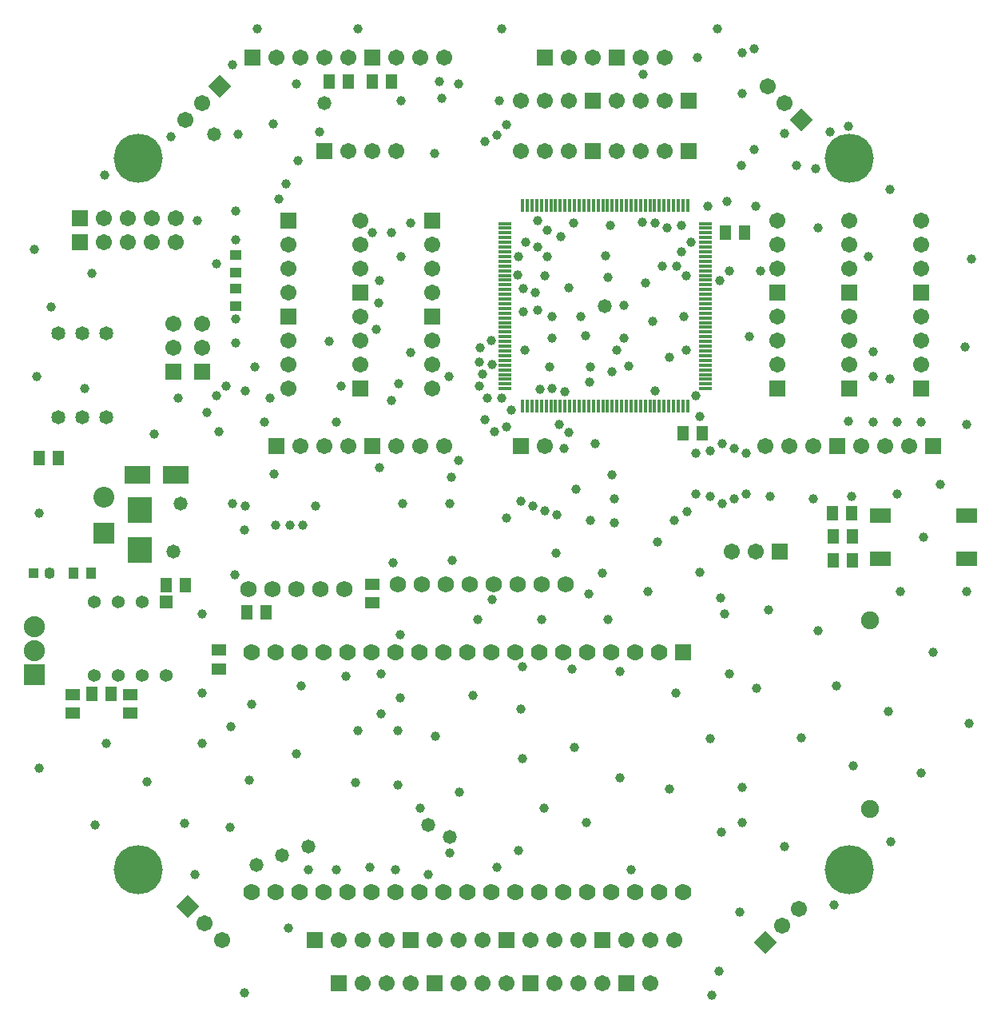
<source format=gts>
G04*
G04 #@! TF.GenerationSoftware,Altium Limited,Altium Designer,22.10.1 (41)*
G04*
G04 Layer_Color=8388736*
%FSLAX44Y44*%
%MOMM*%
G71*
G04*
G04 #@! TF.SameCoordinates,86A63571-8FB3-4636-807C-F47AD7162A4A*
G04*
G04*
G04 #@! TF.FilePolarity,Negative*
G04*
G01*
G75*
%ADD18R,0.3556X1.3462*%
%ADD19R,1.3462X0.3556*%
%ADD26R,1.2032X1.5032*%
%ADD27R,2.7032X1.9032*%
%ADD28R,2.5032X2.7032*%
%ADD29R,1.1532X1.0032*%
%ADD30R,1.5032X1.2032*%
%ADD31R,1.0032X1.1532*%
%ADD32R,1.0032X1.1032*%
G04:AMPARAMS|DCode=33|XSize=1.0032mm|YSize=1.1032mm|CornerRadius=0.3016mm|HoleSize=0mm|Usage=FLASHONLY|Rotation=180.000|XOffset=0mm|YOffset=0mm|HoleType=Round|Shape=RoundedRectangle|*
%AMROUNDEDRECTD33*
21,1,1.0032,0.5000,0,0,180.0*
21,1,0.4000,1.1032,0,0,180.0*
1,1,0.6032,-0.2000,0.2500*
1,1,0.6032,0.2000,0.2500*
1,1,0.6032,0.2000,-0.2500*
1,1,0.6032,-0.2000,-0.2500*
%
%ADD33ROUNDEDRECTD33*%
%ADD34R,2.3032X1.6032*%
%ADD35C,1.3622*%
%ADD36R,1.3622X1.3622*%
%ADD37C,1.4732*%
%ADD38C,1.7032*%
%ADD39R,1.7032X1.7032*%
%ADD40R,1.7032X1.7032*%
%ADD41C,1.4832*%
%ADD42C,2.2432*%
%ADD43R,2.2432X2.2432*%
%ADD44C,2.2032*%
%ADD45R,2.2032X2.2032*%
%ADD46C,1.9032*%
%ADD47C,1.7272*%
%ADD48R,1.7632X1.7632*%
%ADD49C,1.7632*%
%ADD50P,2.4087X4X270.0*%
%ADD51P,2.4087X4X180.0*%
%ADD52C,1.0032*%
%ADD53C,5.2032*%
D18*
X1302200Y1763270D02*
D03*
X1307200D02*
D03*
X1312200D02*
D03*
X1317200D02*
D03*
X1322200D02*
D03*
X1327200D02*
D03*
X1332200D02*
D03*
X1337200D02*
D03*
X1342200D02*
D03*
X1347200D02*
D03*
X1352200D02*
D03*
X1357200D02*
D03*
X1362200D02*
D03*
X1367200D02*
D03*
X1372200D02*
D03*
X1377200D02*
D03*
X1382200D02*
D03*
X1387200D02*
D03*
X1392200D02*
D03*
X1397200D02*
D03*
X1402200D02*
D03*
X1407200D02*
D03*
X1412200D02*
D03*
X1417200D02*
D03*
X1422200D02*
D03*
X1427200D02*
D03*
X1432200D02*
D03*
X1437200D02*
D03*
X1442200D02*
D03*
X1447200D02*
D03*
X1452200D02*
D03*
X1457200D02*
D03*
X1462200D02*
D03*
X1467200D02*
D03*
X1472200D02*
D03*
X1477200D02*
D03*
Y1550770D02*
D03*
X1472200D02*
D03*
X1467200D02*
D03*
X1462200D02*
D03*
X1457200D02*
D03*
X1452200D02*
D03*
X1447200D02*
D03*
X1442200D02*
D03*
X1437200D02*
D03*
X1432200D02*
D03*
X1427200D02*
D03*
X1422200D02*
D03*
X1417200D02*
D03*
X1412200D02*
D03*
X1407200D02*
D03*
X1402200D02*
D03*
X1397200D02*
D03*
X1392200D02*
D03*
X1387200D02*
D03*
X1382200D02*
D03*
X1377200D02*
D03*
X1372200D02*
D03*
X1367200D02*
D03*
X1362200D02*
D03*
X1357200D02*
D03*
X1352200D02*
D03*
X1347200D02*
D03*
X1342200D02*
D03*
X1337200D02*
D03*
X1332200D02*
D03*
X1327200D02*
D03*
X1322200D02*
D03*
X1317200D02*
D03*
X1312200D02*
D03*
X1307200D02*
D03*
X1302200D02*
D03*
D19*
X1495950Y1744520D02*
D03*
Y1739520D02*
D03*
Y1734520D02*
D03*
Y1729520D02*
D03*
Y1724520D02*
D03*
Y1719520D02*
D03*
Y1714520D02*
D03*
Y1709520D02*
D03*
Y1704520D02*
D03*
Y1699520D02*
D03*
Y1694520D02*
D03*
Y1689520D02*
D03*
Y1684520D02*
D03*
Y1679520D02*
D03*
Y1674520D02*
D03*
Y1669520D02*
D03*
Y1664520D02*
D03*
Y1659520D02*
D03*
Y1654520D02*
D03*
Y1649520D02*
D03*
Y1644520D02*
D03*
Y1639520D02*
D03*
Y1634520D02*
D03*
Y1629520D02*
D03*
Y1624520D02*
D03*
Y1619520D02*
D03*
Y1614520D02*
D03*
Y1609520D02*
D03*
Y1604520D02*
D03*
Y1599520D02*
D03*
Y1594520D02*
D03*
Y1589520D02*
D03*
Y1584520D02*
D03*
Y1579520D02*
D03*
Y1574520D02*
D03*
Y1569520D02*
D03*
X1283450D02*
D03*
Y1574520D02*
D03*
Y1579520D02*
D03*
Y1584520D02*
D03*
Y1589520D02*
D03*
Y1594520D02*
D03*
Y1599520D02*
D03*
Y1604520D02*
D03*
Y1609520D02*
D03*
Y1614520D02*
D03*
Y1619520D02*
D03*
Y1624520D02*
D03*
Y1629520D02*
D03*
Y1634520D02*
D03*
Y1639520D02*
D03*
Y1644520D02*
D03*
Y1649520D02*
D03*
Y1654520D02*
D03*
Y1659520D02*
D03*
Y1664520D02*
D03*
Y1669520D02*
D03*
Y1674520D02*
D03*
Y1679520D02*
D03*
Y1684520D02*
D03*
Y1689520D02*
D03*
Y1694520D02*
D03*
Y1699520D02*
D03*
Y1704520D02*
D03*
Y1709520D02*
D03*
Y1714520D02*
D03*
Y1719520D02*
D03*
Y1724520D02*
D03*
Y1729520D02*
D03*
Y1734520D02*
D03*
Y1739520D02*
D03*
Y1744520D02*
D03*
D26*
X790100Y1496060D02*
D03*
X810100D02*
D03*
X1650840Y1437640D02*
D03*
X1630840D02*
D03*
X845980Y1246020D02*
D03*
X865980D02*
D03*
X924720Y1361440D02*
D03*
X944720D02*
D03*
X1537500Y1735000D02*
D03*
X1517500D02*
D03*
X1492500Y1522500D02*
D03*
X1472500D02*
D03*
X1143160Y1894840D02*
D03*
X1163160D02*
D03*
X1097440D02*
D03*
X1117440D02*
D03*
X1651540Y1387740D02*
D03*
X1631540D02*
D03*
X1631380Y1413140D02*
D03*
X1651380D02*
D03*
X1010000Y1332500D02*
D03*
X1030000D02*
D03*
D27*
X934400Y1478279D02*
D03*
X894400D02*
D03*
D28*
X896620Y1441360D02*
D03*
Y1398360D02*
D03*
D29*
X998218Y1710800D02*
D03*
X998220Y1692800D02*
D03*
X998222Y1657240D02*
D03*
X998220Y1675240D02*
D03*
D30*
X886460Y1245860D02*
D03*
Y1225860D02*
D03*
X825500Y1245860D02*
D03*
Y1225860D02*
D03*
X980000Y1272500D02*
D03*
Y1292500D02*
D03*
X1142500Y1342500D02*
D03*
Y1362500D02*
D03*
D31*
X844660Y1374142D02*
D03*
X826660Y1374140D02*
D03*
D32*
X784230D02*
D03*
D33*
X800730D02*
D03*
D34*
X1772700Y1389740D02*
D03*
X1681700D02*
D03*
Y1434740D02*
D03*
X1772700D02*
D03*
D35*
X924560Y1265390D02*
D03*
X899160D02*
D03*
X873760D02*
D03*
X848360D02*
D03*
Y1343490D02*
D03*
X873760D02*
D03*
X899160D02*
D03*
D36*
X924560D02*
D03*
D37*
X931800Y1396800D02*
D03*
X939800Y1447800D02*
D03*
X975360Y1838960D02*
D03*
X1092200Y1871980D02*
D03*
X1388958Y1657020D02*
D03*
X1202500Y1107500D02*
D03*
X1225000Y1095000D02*
D03*
X1047500Y1075000D02*
D03*
X1020000Y1065000D02*
D03*
X1075000Y1085000D02*
D03*
D38*
X962660Y1638300D02*
D03*
Y1612900D02*
D03*
X932180Y1638300D02*
D03*
Y1612900D02*
D03*
X1524000Y1397000D02*
D03*
X1549400D02*
D03*
X934720Y1750060D02*
D03*
X909320D02*
D03*
X883920D02*
D03*
X858520D02*
D03*
X934720Y1724660D02*
D03*
X909320D02*
D03*
X883920D02*
D03*
X858520D02*
D03*
X1325880Y1508760D02*
D03*
X1559560D02*
D03*
X1584960D02*
D03*
X1610360D02*
D03*
X1711960D02*
D03*
X1686560D02*
D03*
X1661160D02*
D03*
X1054100Y1722120D02*
D03*
Y1696720D02*
D03*
Y1671320D02*
D03*
Y1620520D02*
D03*
Y1595120D02*
D03*
Y1569720D02*
D03*
X1648460Y1595120D02*
D03*
Y1620520D02*
D03*
Y1645920D02*
D03*
Y1696720D02*
D03*
Y1722120D02*
D03*
Y1747520D02*
D03*
X1572260Y1696720D02*
D03*
Y1722120D02*
D03*
Y1747520D02*
D03*
X1351280Y1821180D02*
D03*
X1325880D02*
D03*
X1300480D02*
D03*
X1452880D02*
D03*
X1427480D02*
D03*
X1402080D02*
D03*
X1130300Y1696720D02*
D03*
Y1722120D02*
D03*
Y1747520D02*
D03*
X1206500Y1722120D02*
D03*
Y1696720D02*
D03*
Y1671320D02*
D03*
X1351280Y1874520D02*
D03*
X1325880D02*
D03*
X1300480D02*
D03*
X1130300Y1595120D02*
D03*
Y1620520D02*
D03*
Y1645920D02*
D03*
X1168400Y1508760D02*
D03*
X1193800D02*
D03*
X1219200D02*
D03*
X1206500Y1620520D02*
D03*
Y1595120D02*
D03*
Y1569720D02*
D03*
X1066800Y1508760D02*
D03*
X1092200D02*
D03*
X1117600D02*
D03*
X1452880Y1874520D02*
D03*
X1427480D02*
D03*
X1402080D02*
D03*
X1572260Y1595120D02*
D03*
Y1620520D02*
D03*
Y1645920D02*
D03*
X1310640Y985520D02*
D03*
X1336040D02*
D03*
X1361440D02*
D03*
X1351280Y1920240D02*
D03*
X1376680D02*
D03*
X1427480D02*
D03*
X1452880D02*
D03*
X983341Y985159D02*
D03*
X965380Y1003120D02*
D03*
X944880Y1854200D02*
D03*
X962840Y1872160D02*
D03*
X1041400Y1920240D02*
D03*
X1066800D02*
D03*
X1092200D02*
D03*
X1117600D02*
D03*
X1219200D02*
D03*
X1193800D02*
D03*
X1168400D02*
D03*
Y1821180D02*
D03*
X1143000D02*
D03*
X1117600D02*
D03*
X1724660Y1645920D02*
D03*
Y1620520D02*
D03*
Y1595120D02*
D03*
Y1747520D02*
D03*
Y1722120D02*
D03*
Y1696720D02*
D03*
X1259840Y985520D02*
D03*
X1234440D02*
D03*
X1209040D02*
D03*
X1437640Y939800D02*
D03*
X1463040Y985520D02*
D03*
X1437640D02*
D03*
X1412240D02*
D03*
X1386840Y939800D02*
D03*
X1361440D02*
D03*
X1336040D02*
D03*
X1183640D02*
D03*
X1158240D02*
D03*
X1132840D02*
D03*
X1285240D02*
D03*
X1259840D02*
D03*
X1234440D02*
D03*
X1158240Y985520D02*
D03*
X1132840D02*
D03*
X1107440D02*
D03*
X1579700Y1872160D02*
D03*
X1561739Y1890121D02*
D03*
X1577160Y1000580D02*
D03*
X1595120Y1018540D02*
D03*
D39*
X962660Y1587500D02*
D03*
X932180D02*
D03*
X1054100Y1747520D02*
D03*
Y1645920D02*
D03*
X1648460Y1569720D02*
D03*
Y1671320D02*
D03*
X1572260D02*
D03*
X1130300D02*
D03*
X1206500Y1747520D02*
D03*
X1130300Y1569720D02*
D03*
X1206500Y1645920D02*
D03*
X1572260Y1569720D02*
D03*
X1724660D02*
D03*
Y1671320D02*
D03*
D40*
X1574800Y1397000D02*
D03*
X833120Y1750060D02*
D03*
Y1724660D02*
D03*
X1300480Y1508760D02*
D03*
X1635760D02*
D03*
X1737360D02*
D03*
X1376680Y1821180D02*
D03*
X1478280D02*
D03*
X1376680Y1874520D02*
D03*
X1143000Y1508760D02*
D03*
X1041400D02*
D03*
X1478280Y1874520D02*
D03*
X1285240Y985520D02*
D03*
X1325880Y1920240D02*
D03*
X1402080D02*
D03*
X1016000D02*
D03*
X1143000D02*
D03*
X1092200Y1821180D02*
D03*
X1183640Y985520D02*
D03*
X1412240Y939800D02*
D03*
X1386840Y985520D02*
D03*
X1310640Y939800D02*
D03*
X1107440D02*
D03*
X1209040D02*
D03*
X1082040Y985520D02*
D03*
D41*
X861060Y1628140D02*
D03*
X835660D02*
D03*
X810260D02*
D03*
X861060Y1539240D02*
D03*
X835660D02*
D03*
X810260D02*
D03*
D42*
X784860Y1317140D02*
D03*
Y1291740D02*
D03*
D43*
Y1266340D02*
D03*
D44*
X858520Y1454180D02*
D03*
D45*
Y1416080D02*
D03*
D46*
X1670000Y1324500D02*
D03*
Y1124500D02*
D03*
D47*
X1112900Y1357500D02*
D03*
X1087500D02*
D03*
X1062100D02*
D03*
X1036700D02*
D03*
X1011300D02*
D03*
X1347900Y1362500D02*
D03*
X1322500D02*
D03*
X1297100D02*
D03*
X1271700D02*
D03*
X1246300D02*
D03*
X1220900D02*
D03*
X1195500D02*
D03*
X1170100D02*
D03*
D48*
X1472680Y1290320D02*
D03*
D49*
X1447280D02*
D03*
X1015480D02*
D03*
X1421880D02*
D03*
X1396480D02*
D03*
X1371080D02*
D03*
X1345680D02*
D03*
X1320280D02*
D03*
X1294880D02*
D03*
X1269480D02*
D03*
X1244080D02*
D03*
X1218680D02*
D03*
X1193280D02*
D03*
X1167880D02*
D03*
X1142480D02*
D03*
X1117080D02*
D03*
X1091680D02*
D03*
X1066280D02*
D03*
X1040880D02*
D03*
X1472680Y1036320D02*
D03*
X1447280D02*
D03*
X1421880D02*
D03*
X1396480D02*
D03*
X1371080D02*
D03*
X1345680D02*
D03*
X1320280D02*
D03*
X1294880D02*
D03*
X1269480D02*
D03*
X1244080D02*
D03*
X1218680D02*
D03*
X1193280D02*
D03*
X1167880D02*
D03*
X1142480D02*
D03*
X1117080D02*
D03*
X1091680D02*
D03*
X1066280D02*
D03*
X1040880D02*
D03*
X1015480D02*
D03*
D50*
X947420Y1021080D02*
D03*
X1597660Y1854200D02*
D03*
D51*
X980801Y1890121D02*
D03*
X1559199Y982619D02*
D03*
D52*
X789940Y1437640D02*
D03*
X911860Y1521460D02*
D03*
X962660Y1330960D02*
D03*
X845820Y1691640D02*
D03*
X998220Y1757680D02*
D03*
X1397000Y1478280D02*
D03*
X1037590Y1850390D02*
D03*
X1000760Y1838960D02*
D03*
X802640Y1656080D02*
D03*
X1351290Y1523486D02*
D03*
X1341120Y1531620D02*
D03*
X1358900Y1463040D02*
D03*
X1346163Y1506070D02*
D03*
X1511810Y1347500D02*
D03*
X1699260Y1457960D02*
D03*
X1673860Y1582420D02*
D03*
X1691640Y1579880D02*
D03*
X1699260Y1534160D02*
D03*
X1163320Y1734820D02*
D03*
X1143000D02*
D03*
X1183640Y1744980D02*
D03*
Y1607820D02*
D03*
X1440180Y1640840D02*
D03*
X1209040Y1818640D02*
D03*
X859534Y1795764D02*
D03*
X838200Y1569720D02*
D03*
X784860Y1717040D02*
D03*
X977900Y1701800D02*
D03*
X957580Y1747520D02*
D03*
X980440Y1524000D02*
D03*
X1104900Y1534160D02*
D03*
X1150620Y1485900D02*
D03*
X1226528Y1475641D02*
D03*
X1399540Y1452880D02*
D03*
Y1427480D02*
D03*
X1379220Y1511300D02*
D03*
X1285240Y1529080D02*
D03*
X1549400Y1762760D02*
D03*
X1234440Y1892300D02*
D03*
X1216660Y1877060D02*
D03*
X1592580Y1805940D02*
D03*
X1285240Y1849120D02*
D03*
X1214120Y1894840D02*
D03*
X1430020Y1902460D02*
D03*
X1498790Y1762760D02*
D03*
X1008380Y1567180D02*
D03*
X998220Y1643380D02*
D03*
X1034897Y1559750D02*
D03*
X1018540Y1592580D02*
D03*
X1043750Y1770380D02*
D03*
X998220Y1727200D02*
D03*
Y1617980D02*
D03*
X967740Y1544320D02*
D03*
X1476265Y1439633D02*
D03*
X1356360Y1744980D02*
D03*
X1534160Y1805940D02*
D03*
X1008380Y1445260D02*
D03*
X1270000Y1346200D02*
D03*
X962660Y1247140D02*
D03*
X937260Y1559560D02*
D03*
X787400Y1582420D02*
D03*
X1285240Y1432560D02*
D03*
X1054100Y998220D02*
D03*
X1772920Y1531620D02*
D03*
X1778000Y1706880D02*
D03*
X1224280Y1582420D02*
D03*
X1257300Y1612900D02*
D03*
X1256045Y1597500D02*
D03*
X1256543Y1572323D02*
D03*
X1264920Y1559560D02*
D03*
X1262380Y1536700D02*
D03*
X1280160Y1559560D02*
D03*
X1038770Y1478770D02*
D03*
X1055324Y1425173D02*
D03*
X1069340Y1424940D02*
D03*
X1040324Y1425173D02*
D03*
X993140Y1211580D02*
D03*
X1272540Y1524000D02*
D03*
X1290320Y1546860D02*
D03*
X1320514Y1569082D02*
D03*
X1373279Y1576260D02*
D03*
X1374140Y1592580D02*
D03*
X1330960D02*
D03*
X1338450Y1436150D02*
D03*
X1325880Y1440180D02*
D03*
X1313180Y1445260D02*
D03*
X1300480Y1450340D02*
D03*
X1374140Y1430020D02*
D03*
X1333500Y1569720D02*
D03*
X1475740Y1610360D02*
D03*
X1470660Y1714500D02*
D03*
X1268909Y1620520D02*
D03*
X1303020Y1651000D02*
D03*
X1318413Y1652476D02*
D03*
X1303036Y1675386D02*
D03*
X1315720Y1671320D02*
D03*
X1328420Y1709420D02*
D03*
X1342580Y1730601D02*
D03*
X1318260Y1747520D02*
D03*
X1470660Y1742440D02*
D03*
X1455420Y1739900D02*
D03*
X1442720Y1744980D02*
D03*
X1428730Y1746270D02*
D03*
X1465837Y1699517D02*
D03*
X1521460Y1694180D02*
D03*
X1397000Y1587500D02*
D03*
X1485900Y1501140D02*
D03*
X1539240D02*
D03*
X1526540Y1506220D02*
D03*
X1513840Y1511300D02*
D03*
X1501140Y1455420D02*
D03*
X1485900Y1457960D02*
D03*
X1501140Y1503680D02*
D03*
X1526540Y1452880D02*
D03*
X1539240Y1457960D02*
D03*
X1275233Y1837896D02*
D03*
X988060Y1572260D02*
D03*
X977900Y1562100D02*
D03*
X1409700Y1623060D02*
D03*
X1513840Y1447800D02*
D03*
X1414796Y1593594D02*
D03*
X1554480Y1694180D02*
D03*
X1473200Y1645920D02*
D03*
X1432560Y1681480D02*
D03*
X1450340Y1699260D02*
D03*
X1480820Y1724660D02*
D03*
X1165000Y1385000D02*
D03*
X962660Y1193800D02*
D03*
X995000Y1447500D02*
D03*
X1535000Y1147500D02*
D03*
Y1110000D02*
D03*
X1325000Y1125000D02*
D03*
X992500Y1105000D02*
D03*
X1270000Y1595000D02*
D03*
X1297146Y1689799D02*
D03*
X1395000Y1742500D02*
D03*
X1535000Y1925000D02*
D03*
X1727200Y1412240D02*
D03*
X1702500Y1355000D02*
D03*
X1772500D02*
D03*
X1737500Y1290000D02*
D03*
X1635000Y1255000D02*
D03*
X1690000Y1227500D02*
D03*
X1775000Y1215000D02*
D03*
X1725000Y1162500D02*
D03*
X1652500Y1170000D02*
D03*
X1692500Y1090000D02*
D03*
X1502500Y927500D02*
D03*
X1007500Y930000D02*
D03*
X1632500Y1022500D02*
D03*
X1510000Y952500D02*
D03*
X1532500Y1015000D02*
D03*
X1580000Y1085000D02*
D03*
X1597500Y1200000D02*
D03*
X1550000Y1252500D02*
D03*
X1562500Y1335000D02*
D03*
X1651000Y1455420D02*
D03*
X1610360Y1452880D02*
D03*
X1564640Y1455420D02*
D03*
X1490000Y1375000D02*
D03*
X1516380Y1330960D02*
D03*
X1435000Y1355000D02*
D03*
X1372500Y1352500D02*
D03*
X1172733Y1309016D02*
D03*
X1392500Y1325000D02*
D03*
X1322500D02*
D03*
X1255000D02*
D03*
X1337500Y1395000D02*
D03*
X1227500Y1387500D02*
D03*
X1225000Y1447500D02*
D03*
X1175000D02*
D03*
X1007500Y1420000D02*
D03*
X1082500Y1445000D02*
D03*
X1744980Y1468120D02*
D03*
X1771430Y1613770D02*
D03*
X1724660Y1534160D02*
D03*
X1647500Y1535000D02*
D03*
X1542500Y1625000D02*
D03*
X1615440Y1739900D02*
D03*
X1673730Y1608730D02*
D03*
X1668780Y1709420D02*
D03*
X1691640Y1780540D02*
D03*
X1612500Y1802500D02*
D03*
X1547500Y1822500D02*
D03*
X1518920Y1767840D02*
D03*
X1580000Y1840000D02*
D03*
X1535000Y1882500D02*
D03*
X1647500Y1847500D02*
D03*
X1508760Y1950720D02*
D03*
X1280160D02*
D03*
X1127760D02*
D03*
X1021080D02*
D03*
X1487500Y1920000D02*
D03*
X1277620Y1874520D02*
D03*
X1173480Y1709420D02*
D03*
X1150620Y1684020D02*
D03*
X1150000Y1660000D02*
D03*
X1147500Y1632500D02*
D03*
X1097500Y1620000D02*
D03*
X1110000Y1572500D02*
D03*
X1028700Y1534160D02*
D03*
X1064260Y1811020D02*
D03*
X1051230Y1786230D02*
D03*
X1087120Y1841500D02*
D03*
X1173480Y1874520D02*
D03*
X1062500Y1892500D02*
D03*
X995000Y1912500D02*
D03*
X929640Y1836420D02*
D03*
X1127500Y1207500D02*
D03*
X1125000Y1152500D02*
D03*
X1075000Y1060000D02*
D03*
X1105000D02*
D03*
X1140000Y1062500D02*
D03*
X1170000Y1207500D02*
D03*
Y1150000D02*
D03*
X1167500Y1060000D02*
D03*
X1202500Y1055000D02*
D03*
X1225000Y1077500D02*
D03*
X1297500Y1080000D02*
D03*
X1235000Y1142500D02*
D03*
X1152500Y1225000D02*
D03*
X1115000Y1265000D02*
D03*
X1172500Y1242500D02*
D03*
X1152500Y1267500D02*
D03*
X1275000Y1062500D02*
D03*
X1370000Y1110000D02*
D03*
X1417500Y1060000D02*
D03*
X1512500Y1100000D02*
D03*
X1457960Y1145540D02*
D03*
X1501140Y1198880D02*
D03*
X1465000Y1247500D02*
D03*
X1300000Y1230000D02*
D03*
X1302500Y1275000D02*
D03*
X1405000Y1157500D02*
D03*
Y1270000D02*
D03*
X1355000Y1272500D02*
D03*
X1357500Y1190000D02*
D03*
X1302500Y1177500D02*
D03*
X1250000Y1245000D02*
D03*
X1015000Y1235000D02*
D03*
X1062500Y1182500D02*
D03*
X955000Y1055000D02*
D03*
X943770Y1108770D02*
D03*
X849424Y1107287D02*
D03*
X790000Y1167500D02*
D03*
X861060Y1193800D02*
D03*
X904240Y1153160D02*
D03*
X1012500Y1155000D02*
D03*
X1067500Y1255000D02*
D03*
X1363980Y1645920D02*
D03*
X1305000Y1610000D02*
D03*
X1392500Y1687500D02*
D03*
X1410000Y1657500D02*
D03*
X1351230Y1676230D02*
D03*
X1390000Y1710000D02*
D03*
X1490000Y1540000D02*
D03*
X1209976Y1201406D02*
D03*
X997500Y1372500D02*
D03*
X1234440Y1493520D02*
D03*
X1463040Y1430020D02*
D03*
X1305560Y1724660D02*
D03*
X1318260Y1719580D02*
D03*
X1297940Y1709420D02*
D03*
X1193800Y1125220D02*
D03*
X1615440Y1313180D02*
D03*
X1511300Y1684020D02*
D03*
X1521460Y1267460D02*
D03*
X1673860Y1534160D02*
D03*
X1445260Y1407160D02*
D03*
X1333500Y1623060D02*
D03*
X1346700Y1566680D02*
D03*
X1369060Y1625600D02*
D03*
X1402080Y1610360D02*
D03*
X1457960Y1602930D02*
D03*
X1485900Y1562100D02*
D03*
X1442720Y1567180D02*
D03*
X1386840Y1374140D02*
D03*
X1170940Y1574800D02*
D03*
X1259840Y1584960D02*
D03*
X1163320Y1557020D02*
D03*
X1547905Y1929355D02*
D03*
X1475740Y1689100D02*
D03*
X1628140Y1841500D02*
D03*
X1325880Y1689100D02*
D03*
X1333500Y1646110D02*
D03*
X1328420Y1737360D02*
D03*
X1262380Y1831340D02*
D03*
D53*
X1648260Y1060360D02*
D03*
X895260D02*
D03*
X1648260Y1813360D02*
D03*
X895260D02*
D03*
M02*

</source>
